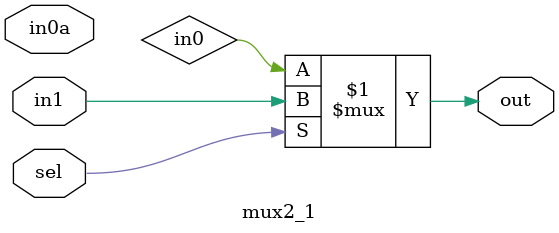
<source format=v>
module dlatch(input clk,d,output q,q_bar);
  wire mux_out;
  
  assign q=mux_out;
  assign q_bar=~mux_out;
  
  mux2_1 m1(.in0(q),.in1(d),.sel(clk),.out(mux_out));
endmodule
module mux2_1(input in0a,in1,sel,output out);
  assign out=sel?in1:in0;
endmodule
</source>
